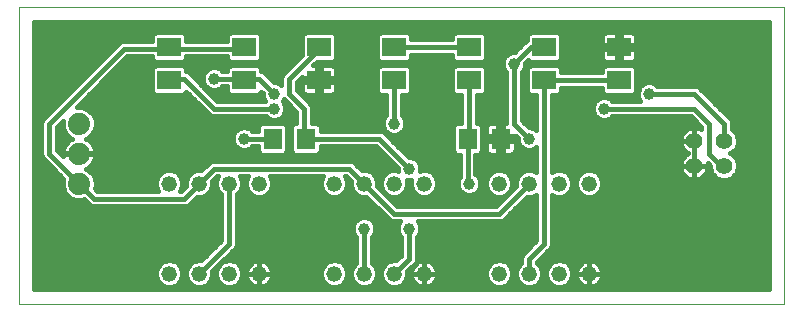
<source format=gtl>
G75*
%MOIN*%
%OFA0B0*%
%FSLAX24Y24*%
%IPPOS*%
%LPD*%
%AMOC8*
5,1,8,0,0,1.08239X$1,22.5*
%
%ADD10C,0.0000*%
%ADD11C,0.0520*%
%ADD12C,0.0554*%
%ADD13C,0.0740*%
%ADD14R,0.0787X0.0630*%
%ADD15R,0.0630X0.0709*%
%ADD16C,0.0160*%
%ADD17C,0.0396*%
D10*
X000180Y000180D02*
X000180Y010050D01*
X025672Y010050D01*
X025672Y000180D01*
X000180Y000180D01*
D11*
X005180Y001180D03*
X006180Y001180D03*
X007180Y001180D03*
X008180Y001180D03*
X010680Y001180D03*
X011680Y001180D03*
X012680Y001180D03*
X013680Y001180D03*
X016180Y001180D03*
X017180Y001180D03*
X018180Y001180D03*
X019180Y001180D03*
X019180Y004180D03*
X018180Y004180D03*
X017180Y004180D03*
X016180Y004180D03*
X013680Y004180D03*
X012680Y004180D03*
X011680Y004180D03*
X010680Y004180D03*
X008180Y004180D03*
X007180Y004180D03*
X006180Y004180D03*
X005180Y004180D03*
D12*
X022680Y004770D03*
X023680Y004770D03*
X023680Y005600D03*
X022680Y005600D03*
D13*
X002180Y005180D03*
X002180Y006180D03*
X002180Y004180D03*
D14*
X005180Y007629D03*
X007680Y007629D03*
X010180Y007629D03*
X012680Y007629D03*
X015180Y007629D03*
X017680Y007629D03*
X020180Y007629D03*
X020180Y008731D03*
X017680Y008731D03*
X015180Y008731D03*
X012680Y008731D03*
X010180Y008731D03*
X007680Y008731D03*
X005180Y008731D03*
D15*
X008629Y005680D03*
X009731Y005680D03*
X015129Y005680D03*
X016231Y005680D03*
D16*
X016154Y005728D02*
X015624Y005728D01*
X015736Y005757D02*
X016154Y005757D01*
X016154Y005603D01*
X015736Y005603D01*
X015736Y005302D01*
X015748Y005256D01*
X015772Y005215D01*
X015806Y005182D01*
X015847Y005158D01*
X015893Y005146D01*
X016154Y005146D01*
X016154Y005603D01*
X016309Y005603D01*
X016309Y005757D01*
X016726Y005757D01*
X016726Y005766D01*
X016802Y005690D01*
X016802Y005605D01*
X016859Y005466D01*
X016966Y005359D01*
X017105Y005302D01*
X017255Y005302D01*
X017394Y005359D01*
X017420Y005385D01*
X017420Y004557D01*
X017268Y004620D01*
X017092Y004620D01*
X016931Y004553D01*
X016807Y004429D01*
X016740Y004268D01*
X016740Y004108D01*
X016072Y003440D01*
X012788Y003440D01*
X012120Y004108D01*
X012120Y004268D01*
X012053Y004429D01*
X011929Y004553D01*
X011768Y004620D01*
X011608Y004620D01*
X011327Y004900D01*
X011232Y004940D01*
X006628Y004940D01*
X006533Y004900D01*
X006252Y004620D01*
X006092Y004620D01*
X005931Y004553D01*
X005807Y004429D01*
X005740Y004268D01*
X005740Y004108D01*
X005572Y003940D01*
X005557Y003940D01*
X005620Y004092D01*
X005620Y004268D01*
X005553Y004429D01*
X005429Y004553D01*
X005268Y004620D01*
X005092Y004620D01*
X004931Y004553D01*
X004807Y004429D01*
X004740Y004268D01*
X004740Y004092D01*
X004803Y003940D01*
X002788Y003940D01*
X002709Y004019D01*
X002730Y004071D01*
X002730Y004289D01*
X002646Y004492D01*
X002492Y004646D01*
X002410Y004680D01*
X002468Y004710D01*
X002538Y004760D01*
X002600Y004822D01*
X002650Y004892D01*
X002690Y004969D01*
X002716Y005051D01*
X002730Y005137D01*
X002730Y005160D01*
X002200Y005160D01*
X002200Y005200D01*
X002730Y005200D01*
X002730Y005223D01*
X002716Y005309D01*
X002690Y005391D01*
X002650Y005468D01*
X002600Y005538D01*
X002538Y005600D01*
X002468Y005650D01*
X002410Y005680D01*
X002492Y005714D01*
X002646Y005868D01*
X002730Y006071D01*
X002730Y006289D01*
X002646Y006492D01*
X002492Y006646D01*
X002289Y006730D01*
X002098Y006730D01*
X003788Y008420D01*
X004606Y008420D01*
X004606Y008342D01*
X004712Y008236D01*
X005648Y008236D01*
X005754Y008342D01*
X005754Y008420D01*
X007106Y008420D01*
X007106Y008342D01*
X007212Y008236D01*
X008148Y008236D01*
X008254Y008342D01*
X008254Y009121D01*
X008148Y009226D01*
X007212Y009226D01*
X007106Y009121D01*
X007106Y008940D01*
X005754Y008940D01*
X005754Y009121D01*
X005648Y009226D01*
X004712Y009226D01*
X004606Y009121D01*
X004606Y008940D01*
X003628Y008940D01*
X003533Y008900D01*
X000960Y006327D01*
X000920Y006232D01*
X000920Y005128D01*
X000960Y005033D01*
X001651Y004341D01*
X001630Y004289D01*
X001630Y004071D01*
X001714Y003868D01*
X001868Y003714D01*
X002071Y003630D01*
X002289Y003630D01*
X002341Y003651D01*
X002533Y003460D01*
X002628Y003420D01*
X005732Y003420D01*
X005827Y003460D01*
X006108Y003740D01*
X006268Y003740D01*
X006429Y003807D01*
X006553Y003931D01*
X006620Y004092D01*
X006620Y004252D01*
X006788Y004420D01*
X006803Y004420D01*
X006740Y004268D01*
X006740Y004092D01*
X006807Y003931D01*
X006920Y003818D01*
X006920Y002288D01*
X006252Y001620D01*
X006092Y001620D01*
X005931Y001553D01*
X005807Y001429D01*
X005740Y001268D01*
X005740Y001092D01*
X005807Y000931D01*
X005931Y000807D01*
X006092Y000740D01*
X006268Y000740D01*
X006429Y000807D01*
X006553Y000931D01*
X006620Y001092D01*
X006620Y001252D01*
X007400Y002033D01*
X007440Y002128D01*
X007440Y003818D01*
X007553Y003931D01*
X007620Y004092D01*
X007620Y004268D01*
X007557Y004420D01*
X007803Y004420D01*
X007740Y004268D01*
X007740Y004092D01*
X007807Y003931D01*
X007931Y003807D01*
X008092Y003740D01*
X008268Y003740D01*
X008429Y003807D01*
X008553Y003931D01*
X008620Y004092D01*
X008620Y004268D01*
X008557Y004420D01*
X010303Y004420D01*
X010240Y004268D01*
X010240Y004092D01*
X010307Y003931D01*
X010431Y003807D01*
X010592Y003740D01*
X010768Y003740D01*
X010929Y003807D01*
X011053Y003931D01*
X011120Y004092D01*
X011120Y004268D01*
X011057Y004420D01*
X011072Y004420D01*
X011240Y004252D01*
X011240Y004092D01*
X011307Y003931D01*
X011431Y003807D01*
X011592Y003740D01*
X011752Y003740D01*
X012533Y002960D01*
X012628Y002920D01*
X012885Y002920D01*
X012859Y002894D01*
X012802Y002755D01*
X012802Y002605D01*
X012859Y002466D01*
X012920Y002405D01*
X012920Y001788D01*
X012752Y001620D01*
X012592Y001620D01*
X012431Y001553D01*
X012307Y001429D01*
X012240Y001268D01*
X012240Y001092D01*
X012307Y000931D01*
X012431Y000807D01*
X012592Y000740D01*
X012768Y000740D01*
X012929Y000807D01*
X013053Y000931D01*
X013120Y001092D01*
X013120Y001252D01*
X013400Y001533D01*
X013440Y001628D01*
X013440Y002405D01*
X013501Y002466D01*
X013558Y002605D01*
X013558Y002755D01*
X013501Y002894D01*
X013475Y002920D01*
X016232Y002920D01*
X016327Y002960D01*
X016400Y003033D01*
X017108Y003740D01*
X017268Y003740D01*
X017420Y003803D01*
X017420Y002288D01*
X016960Y001827D01*
X016920Y001732D01*
X016920Y001542D01*
X016807Y001429D01*
X016740Y001268D01*
X016740Y001092D01*
X016807Y000931D01*
X016931Y000807D01*
X017092Y000740D01*
X017268Y000740D01*
X017429Y000807D01*
X017553Y000931D01*
X017620Y001092D01*
X017620Y001268D01*
X017553Y001429D01*
X017440Y001542D01*
X017440Y001572D01*
X017827Y001960D01*
X017900Y002033D01*
X017940Y002128D01*
X017940Y003803D01*
X018092Y003740D01*
X018268Y003740D01*
X018429Y003807D01*
X018553Y003931D01*
X018620Y004092D01*
X018620Y004268D01*
X018553Y004429D01*
X018429Y004553D01*
X018268Y004620D01*
X018092Y004620D01*
X017940Y004557D01*
X017940Y007134D01*
X018148Y007134D01*
X018254Y007239D01*
X018254Y007369D01*
X019606Y007369D01*
X019606Y007239D01*
X019712Y007134D01*
X020648Y007134D01*
X020754Y007239D01*
X020754Y008018D01*
X020648Y008124D01*
X019712Y008124D01*
X019606Y008018D01*
X019606Y007889D01*
X018254Y007889D01*
X018254Y008018D01*
X018148Y008124D01*
X017212Y008124D01*
X017106Y008018D01*
X017106Y007239D01*
X017212Y007134D01*
X017420Y007134D01*
X017420Y005975D01*
X017394Y006001D01*
X017255Y006058D01*
X017170Y006058D01*
X016940Y006288D01*
X016940Y007905D01*
X017001Y007966D01*
X017058Y008105D01*
X017193Y008105D01*
X017212Y008236D02*
X018148Y008236D01*
X018254Y008342D01*
X018254Y009121D01*
X018148Y009226D01*
X017212Y009226D01*
X017106Y009121D01*
X017106Y008961D01*
X017084Y008952D01*
X016690Y008558D01*
X016605Y008558D01*
X016466Y008501D01*
X016359Y008394D01*
X016302Y008255D01*
X016302Y008105D01*
X015667Y008105D01*
X015648Y008124D02*
X014712Y008124D01*
X014606Y008018D01*
X014606Y007239D01*
X014712Y007134D01*
X014920Y007134D01*
X014920Y006214D01*
X014739Y006214D01*
X014634Y006109D01*
X014634Y005251D01*
X014739Y005146D01*
X014869Y005146D01*
X014869Y004404D01*
X014859Y004394D01*
X014802Y004255D01*
X014802Y004105D01*
X014859Y003966D01*
X014966Y003859D01*
X015105Y003802D01*
X015255Y003802D01*
X015394Y003859D01*
X015501Y003966D01*
X015558Y004105D01*
X015558Y004255D01*
X015501Y004394D01*
X015394Y004501D01*
X015389Y004503D01*
X015389Y005146D01*
X015518Y005146D01*
X015624Y005251D01*
X015624Y006109D01*
X015518Y006214D01*
X015440Y006214D01*
X015440Y007134D01*
X015648Y007134D01*
X015754Y007239D01*
X015754Y008018D01*
X015648Y008124D01*
X015648Y008236D02*
X015754Y008342D01*
X015754Y009121D01*
X015648Y009226D01*
X014712Y009226D01*
X014606Y009121D01*
X014606Y008991D01*
X013254Y008991D01*
X013254Y009121D01*
X013148Y009226D01*
X012212Y009226D01*
X012106Y009121D01*
X012106Y008342D01*
X012212Y008236D01*
X013148Y008236D01*
X013254Y008342D01*
X013254Y008471D01*
X014606Y008471D01*
X014606Y008342D01*
X014712Y008236D01*
X015648Y008236D01*
X015676Y008264D02*
X016305Y008264D01*
X016302Y008105D02*
X016359Y007966D01*
X016420Y007905D01*
X016420Y006214D01*
X016309Y006214D01*
X016309Y005757D01*
X016154Y005757D01*
X016154Y006214D01*
X015893Y006214D01*
X015847Y006202D01*
X015806Y006178D01*
X015772Y006145D01*
X015748Y006104D01*
X015736Y006058D01*
X015736Y005757D01*
X015736Y005886D02*
X015624Y005886D01*
X015624Y006045D02*
X015736Y006045D01*
X015850Y006203D02*
X015530Y006203D01*
X015440Y006362D02*
X016420Y006362D01*
X016420Y006520D02*
X015440Y006520D01*
X015440Y006679D02*
X016420Y006679D01*
X016420Y006837D02*
X015440Y006837D01*
X015440Y006996D02*
X016420Y006996D01*
X016420Y007154D02*
X015668Y007154D01*
X015754Y007313D02*
X016420Y007313D01*
X016420Y007471D02*
X015754Y007471D01*
X015754Y007630D02*
X016420Y007630D01*
X016420Y007788D02*
X015754Y007788D01*
X015754Y007947D02*
X016379Y007947D01*
X016680Y008180D02*
X016680Y006180D01*
X017180Y005680D01*
X016817Y005569D02*
X016726Y005569D01*
X016726Y005603D02*
X016309Y005603D01*
X016309Y005146D01*
X016570Y005146D01*
X016616Y005158D01*
X016657Y005182D01*
X016690Y005215D01*
X016714Y005256D01*
X016726Y005302D01*
X016726Y005603D01*
X016765Y005728D02*
X016309Y005728D01*
X016309Y005886D02*
X016154Y005886D01*
X016154Y006045D02*
X016309Y006045D01*
X016309Y006203D02*
X016154Y006203D01*
X016940Y006362D02*
X017420Y006362D01*
X017420Y006520D02*
X016940Y006520D01*
X016940Y006679D02*
X017420Y006679D01*
X017420Y006837D02*
X016940Y006837D01*
X016940Y006996D02*
X017420Y006996D01*
X017192Y007154D02*
X016940Y007154D01*
X016940Y007313D02*
X017106Y007313D01*
X017106Y007471D02*
X016940Y007471D01*
X016940Y007630D02*
X017106Y007630D01*
X017106Y007788D02*
X016940Y007788D01*
X016981Y007947D02*
X017106Y007947D01*
X017058Y008105D02*
X017058Y008190D01*
X017158Y008290D01*
X017212Y008236D01*
X017184Y008264D02*
X017131Y008264D01*
X016680Y008180D02*
X017231Y008731D01*
X017680Y008731D01*
X018254Y008739D02*
X020103Y008739D01*
X020103Y008809D02*
X020103Y008654D01*
X020257Y008654D01*
X020257Y008236D01*
X020597Y008236D01*
X020643Y008248D01*
X020684Y008272D01*
X020718Y008306D01*
X020741Y008347D01*
X020754Y008393D01*
X020754Y008654D01*
X020257Y008654D01*
X020257Y008809D01*
X020103Y008809D01*
X020103Y009226D01*
X019763Y009226D01*
X019717Y009214D01*
X019676Y009190D01*
X019642Y009157D01*
X019619Y009116D01*
X019606Y009070D01*
X019606Y008809D01*
X020103Y008809D01*
X020103Y008898D02*
X020257Y008898D01*
X020257Y008809D02*
X020257Y009226D01*
X020597Y009226D01*
X020643Y009214D01*
X020684Y009190D01*
X020718Y009157D01*
X020741Y009116D01*
X020754Y009070D01*
X020754Y008809D01*
X020257Y008809D01*
X020257Y008739D02*
X025192Y008739D01*
X025192Y008898D02*
X020754Y008898D01*
X020754Y009056D02*
X025192Y009056D01*
X025192Y009215D02*
X020641Y009215D01*
X020257Y009215D02*
X020103Y009215D01*
X020103Y009056D02*
X020257Y009056D01*
X019719Y009215D02*
X018160Y009215D01*
X018254Y009056D02*
X019606Y009056D01*
X019606Y008898D02*
X018254Y008898D01*
X018254Y008581D02*
X019606Y008581D01*
X019606Y008654D02*
X019606Y008393D01*
X019619Y008347D01*
X019642Y008306D01*
X019676Y008272D01*
X019717Y008248D01*
X019763Y008236D01*
X020103Y008236D01*
X020103Y008654D01*
X019606Y008654D01*
X019606Y008422D02*
X018254Y008422D01*
X018176Y008264D02*
X019691Y008264D01*
X019693Y008105D02*
X018167Y008105D01*
X018254Y007947D02*
X019606Y007947D01*
X020103Y008264D02*
X020257Y008264D01*
X020669Y008264D02*
X025192Y008264D01*
X025192Y008105D02*
X020667Y008105D01*
X020754Y007947D02*
X025192Y007947D01*
X025192Y007788D02*
X020754Y007788D01*
X020754Y007630D02*
X025192Y007630D01*
X025192Y007471D02*
X021424Y007471D01*
X021394Y007501D02*
X021255Y007558D01*
X021105Y007558D01*
X020966Y007501D01*
X020859Y007394D01*
X020802Y007255D01*
X020802Y007105D01*
X020859Y006966D01*
X020885Y006940D01*
X019955Y006940D01*
X019894Y007001D01*
X019755Y007058D01*
X019605Y007058D01*
X019466Y007001D01*
X019359Y006894D01*
X019302Y006755D01*
X019302Y006605D01*
X019359Y006466D01*
X019466Y006359D01*
X019605Y006302D01*
X019755Y006302D01*
X019894Y006359D01*
X019955Y006420D01*
X022572Y006420D01*
X022920Y006072D01*
X022920Y005991D01*
X022920Y005991D01*
X022855Y006024D01*
X022787Y006046D01*
X022716Y006057D01*
X022689Y006057D01*
X022689Y005609D01*
X022671Y005609D01*
X022671Y006057D01*
X022644Y006057D01*
X022573Y006046D01*
X022505Y006024D01*
X022440Y005991D01*
X022382Y005949D01*
X022331Y005898D01*
X022289Y005840D01*
X022256Y005775D01*
X022234Y005707D01*
X022223Y005636D01*
X022223Y005609D01*
X022671Y005609D01*
X022671Y005591D01*
X022223Y005591D01*
X022223Y005564D01*
X022234Y005493D01*
X022256Y005425D01*
X022289Y005360D01*
X022331Y005302D01*
X022382Y005251D01*
X022440Y005209D01*
X022487Y005185D01*
X022440Y005161D01*
X022382Y005119D01*
X022331Y005068D01*
X022289Y005010D01*
X022256Y004945D01*
X022234Y004877D01*
X022223Y004806D01*
X022223Y004779D01*
X022671Y004779D01*
X022671Y005227D01*
X022671Y005591D01*
X022689Y005591D01*
X022689Y004779D01*
X023137Y004779D01*
X023137Y004806D01*
X023128Y004864D01*
X023223Y004769D01*
X023223Y004679D01*
X023292Y004511D01*
X023421Y004382D01*
X023589Y004313D01*
X023771Y004313D01*
X023939Y004382D01*
X024068Y004511D01*
X024137Y004679D01*
X024137Y004861D01*
X024068Y005029D01*
X023939Y005158D01*
X023873Y005185D01*
X023939Y005212D01*
X024068Y005341D01*
X024137Y005509D01*
X024137Y005691D01*
X024068Y005859D01*
X023940Y005987D01*
X023940Y006232D01*
X023900Y006327D01*
X022900Y007327D01*
X022827Y007400D01*
X022732Y007440D01*
X021455Y007440D01*
X021394Y007501D01*
X020936Y007471D02*
X020754Y007471D01*
X020754Y007313D02*
X020826Y007313D01*
X020802Y007154D02*
X020668Y007154D01*
X020847Y006996D02*
X019899Y006996D01*
X019461Y006996D02*
X017940Y006996D01*
X017940Y006837D02*
X019336Y006837D01*
X019302Y006679D02*
X017940Y006679D01*
X017940Y006520D02*
X019337Y006520D01*
X019464Y006362D02*
X017940Y006362D01*
X017940Y006203D02*
X022789Y006203D01*
X022791Y006045D02*
X022920Y006045D01*
X022689Y006045D02*
X022671Y006045D01*
X022569Y006045D02*
X017940Y006045D01*
X017940Y005886D02*
X022323Y005886D01*
X022241Y005728D02*
X017940Y005728D01*
X017940Y005569D02*
X022223Y005569D01*
X022263Y005411D02*
X017940Y005411D01*
X017940Y005252D02*
X022381Y005252D01*
X022357Y005094D02*
X017940Y005094D01*
X017940Y004935D02*
X022253Y004935D01*
X022671Y004935D02*
X022689Y004935D01*
X022689Y004779D02*
X022671Y004779D01*
X022671Y004761D01*
X022689Y004761D01*
X022689Y004779D01*
X022689Y004777D02*
X023216Y004777D01*
X023137Y004761D02*
X022689Y004761D01*
X022689Y004313D01*
X022716Y004313D01*
X022787Y004324D01*
X022855Y004346D01*
X022920Y004379D01*
X022978Y004421D01*
X023029Y004472D01*
X023071Y004530D01*
X023104Y004595D01*
X023126Y004663D01*
X023137Y004734D01*
X023137Y004761D01*
X023111Y004618D02*
X023248Y004618D01*
X023344Y004460D02*
X023016Y004460D01*
X022689Y004460D02*
X022671Y004460D01*
X022671Y004618D02*
X022689Y004618D01*
X022671Y004761D02*
X022671Y004313D01*
X022644Y004313D01*
X022573Y004324D01*
X022505Y004346D01*
X022440Y004379D01*
X022382Y004421D01*
X022331Y004472D01*
X022289Y004530D01*
X022256Y004595D01*
X022234Y004663D01*
X022223Y004734D01*
X022223Y004761D01*
X022671Y004761D01*
X022671Y004777D02*
X017940Y004777D01*
X017940Y004618D02*
X018088Y004618D01*
X018272Y004618D02*
X019088Y004618D01*
X019092Y004620D02*
X018931Y004553D01*
X018807Y004429D01*
X018740Y004268D01*
X018740Y004092D01*
X018807Y003931D01*
X018931Y003807D01*
X019092Y003740D01*
X019268Y003740D01*
X019429Y003807D01*
X019553Y003931D01*
X019620Y004092D01*
X019620Y004268D01*
X019553Y004429D01*
X019429Y004553D01*
X019268Y004620D01*
X019092Y004620D01*
X019272Y004618D02*
X022249Y004618D01*
X022344Y004460D02*
X019523Y004460D01*
X019606Y004301D02*
X025192Y004301D01*
X025192Y004143D02*
X019620Y004143D01*
X019575Y003984D02*
X025192Y003984D01*
X025192Y003826D02*
X019448Y003826D01*
X018912Y003826D02*
X018448Y003826D01*
X018575Y003984D02*
X018785Y003984D01*
X018740Y004143D02*
X018620Y004143D01*
X018606Y004301D02*
X018754Y004301D01*
X018837Y004460D02*
X018523Y004460D01*
X017420Y004618D02*
X017272Y004618D01*
X017088Y004618D02*
X016272Y004618D01*
X016268Y004620D02*
X016092Y004620D01*
X015931Y004553D01*
X015807Y004429D01*
X015740Y004268D01*
X015740Y004092D01*
X015807Y003931D01*
X015931Y003807D01*
X016092Y003740D01*
X016268Y003740D01*
X016429Y003807D01*
X016553Y003931D01*
X016620Y004092D01*
X016620Y004268D01*
X016553Y004429D01*
X016429Y004553D01*
X016268Y004620D01*
X016088Y004618D02*
X015389Y004618D01*
X015435Y004460D02*
X015837Y004460D01*
X015754Y004301D02*
X015539Y004301D01*
X015558Y004143D02*
X015740Y004143D01*
X015785Y003984D02*
X015508Y003984D01*
X015312Y003826D02*
X015912Y003826D01*
X016299Y003667D02*
X012561Y003667D01*
X012592Y003740D02*
X012768Y003740D01*
X012929Y003807D01*
X013053Y003931D01*
X013120Y004092D01*
X013120Y004268D01*
X013106Y004302D01*
X013254Y004302D01*
X013240Y004268D01*
X013240Y004092D01*
X013307Y003931D01*
X013431Y003807D01*
X013592Y003740D01*
X013768Y003740D01*
X013929Y003807D01*
X014053Y003931D01*
X014120Y004092D01*
X014120Y004268D01*
X014053Y004429D01*
X013929Y004553D01*
X013768Y004620D01*
X013592Y004620D01*
X013558Y004606D01*
X013558Y004755D01*
X013501Y004894D01*
X013394Y005001D01*
X013255Y005058D01*
X013170Y005058D01*
X012327Y005900D01*
X012232Y005940D01*
X010226Y005940D01*
X010226Y006109D01*
X010121Y006214D01*
X009940Y006214D01*
X009940Y006732D01*
X009900Y006827D01*
X009827Y006900D01*
X009440Y007288D01*
X009440Y007572D01*
X009606Y007739D01*
X009606Y007706D01*
X010103Y007706D01*
X010103Y008124D01*
X009991Y008124D01*
X010104Y008236D01*
X010648Y008236D01*
X010754Y008342D01*
X010754Y009121D01*
X010648Y009226D01*
X009712Y009226D01*
X009606Y009121D01*
X009606Y008474D01*
X009033Y007900D01*
X008960Y007827D01*
X008920Y007732D01*
X008920Y007475D01*
X008894Y007501D01*
X008755Y007558D01*
X008670Y007558D01*
X008400Y007827D01*
X008327Y007900D01*
X008254Y007931D01*
X008254Y008018D01*
X008148Y008124D01*
X007212Y008124D01*
X007106Y008018D01*
X007106Y007940D01*
X006955Y007940D01*
X006894Y008001D01*
X006755Y008058D01*
X006605Y008058D01*
X006466Y008001D01*
X006359Y007894D01*
X006302Y007755D01*
X006302Y007605D01*
X006359Y007466D01*
X006466Y007359D01*
X006605Y007302D01*
X006755Y007302D01*
X006894Y007359D01*
X006955Y007420D01*
X007106Y007420D01*
X007106Y007239D01*
X007212Y007134D01*
X008148Y007134D01*
X008253Y007239D01*
X008302Y007190D01*
X008302Y007105D01*
X008359Y006966D01*
X008385Y006940D01*
X006788Y006940D01*
X005900Y007827D01*
X005827Y007900D01*
X005754Y007931D01*
X005754Y008018D01*
X005648Y008124D01*
X004712Y008124D01*
X004606Y008018D01*
X004606Y007239D01*
X004712Y007134D01*
X005648Y007134D01*
X005753Y007239D01*
X006460Y006533D01*
X006533Y006460D01*
X006628Y006420D01*
X008405Y006420D01*
X008466Y006359D01*
X008605Y006302D01*
X008755Y006302D01*
X008894Y006359D01*
X009001Y006466D01*
X009058Y006605D01*
X009058Y006755D01*
X009001Y006894D01*
X008965Y006930D01*
X009001Y006966D01*
X009008Y006984D01*
X009420Y006572D01*
X009420Y006214D01*
X009342Y006214D01*
X009236Y006109D01*
X009236Y005251D01*
X009342Y005146D01*
X010121Y005146D01*
X010226Y005251D01*
X010226Y005420D01*
X012072Y005420D01*
X012802Y004690D01*
X012802Y004606D01*
X012768Y004620D01*
X012592Y004620D01*
X012431Y004553D01*
X012307Y004429D01*
X012240Y004268D01*
X012240Y004092D01*
X012307Y003931D01*
X012431Y003807D01*
X012592Y003740D01*
X012412Y003826D02*
X012402Y003826D01*
X012285Y003984D02*
X012244Y003984D01*
X012240Y004143D02*
X012120Y004143D01*
X011680Y004180D02*
X012680Y003180D01*
X016180Y003180D01*
X017180Y004180D01*
X016740Y004143D02*
X016620Y004143D01*
X016616Y003984D02*
X016575Y003984D01*
X016458Y003826D02*
X016448Y003826D01*
X017035Y003667D02*
X017420Y003667D01*
X017420Y003509D02*
X016876Y003509D01*
X016718Y003350D02*
X017420Y003350D01*
X017420Y003192D02*
X016559Y003192D01*
X016401Y003033D02*
X017420Y003033D01*
X017420Y002875D02*
X013509Y002875D01*
X013558Y002716D02*
X017420Y002716D01*
X017420Y002558D02*
X013539Y002558D01*
X013440Y002399D02*
X017420Y002399D01*
X017373Y002241D02*
X013440Y002241D01*
X013440Y002082D02*
X017214Y002082D01*
X017056Y001924D02*
X013440Y001924D01*
X013440Y001765D02*
X016934Y001765D01*
X017180Y001680D02*
X017680Y002180D01*
X017680Y007629D01*
X020180Y007629D01*
X019606Y007313D02*
X018254Y007313D01*
X018168Y007154D02*
X019692Y007154D01*
X019680Y006680D02*
X022680Y006680D01*
X023180Y006180D01*
X023180Y005180D01*
X023680Y004680D01*
X023680Y004770D01*
X024137Y004777D02*
X025192Y004777D01*
X025192Y004935D02*
X024106Y004935D01*
X024003Y005094D02*
X025192Y005094D01*
X025192Y005252D02*
X023979Y005252D01*
X024096Y005411D02*
X025192Y005411D01*
X025192Y005569D02*
X024137Y005569D01*
X024122Y005728D02*
X025192Y005728D01*
X025192Y005886D02*
X024041Y005886D01*
X023940Y006045D02*
X025192Y006045D01*
X025192Y006203D02*
X023940Y006203D01*
X023680Y006180D02*
X022680Y007180D01*
X021180Y007180D01*
X022915Y007313D02*
X025192Y007313D01*
X025192Y007154D02*
X023074Y007154D01*
X023232Y006996D02*
X025192Y006996D01*
X025192Y006837D02*
X023391Y006837D01*
X023549Y006679D02*
X025192Y006679D01*
X025192Y006520D02*
X023708Y006520D01*
X023866Y006362D02*
X025192Y006362D01*
X023680Y006180D02*
X023680Y005600D01*
X022689Y005569D02*
X022671Y005569D01*
X022671Y005411D02*
X022689Y005411D01*
X022689Y005252D02*
X022671Y005252D01*
X022671Y005094D02*
X022689Y005094D01*
X022671Y005728D02*
X022689Y005728D01*
X022689Y005886D02*
X022671Y005886D01*
X022631Y006362D02*
X019896Y006362D01*
X017420Y006203D02*
X017025Y006203D01*
X017288Y006045D02*
X017420Y006045D01*
X016309Y005569D02*
X016154Y005569D01*
X016154Y005411D02*
X016309Y005411D01*
X016726Y005411D02*
X016915Y005411D01*
X016711Y005252D02*
X017420Y005252D01*
X017420Y005094D02*
X015389Y005094D01*
X015624Y005252D02*
X015751Y005252D01*
X015736Y005411D02*
X015624Y005411D01*
X015624Y005569D02*
X015736Y005569D01*
X015180Y005731D02*
X015129Y005680D01*
X015129Y004231D01*
X015180Y004180D01*
X014821Y004301D02*
X014106Y004301D01*
X014120Y004143D02*
X014802Y004143D01*
X014852Y003984D02*
X014075Y003984D01*
X013948Y003826D02*
X015048Y003826D01*
X016141Y003509D02*
X012719Y003509D01*
X012948Y003826D02*
X013412Y003826D01*
X013285Y003984D02*
X013075Y003984D01*
X013120Y004143D02*
X013240Y004143D01*
X013254Y004301D02*
X013106Y004301D01*
X012802Y004618D02*
X012772Y004618D01*
X012588Y004618D02*
X011772Y004618D01*
X012023Y004460D02*
X012337Y004460D01*
X012254Y004301D02*
X012106Y004301D01*
X011680Y004180D02*
X011180Y004680D01*
X006680Y004680D01*
X006180Y004180D01*
X005680Y003680D01*
X002680Y003680D01*
X002180Y004180D01*
X001180Y005180D01*
X001180Y006180D01*
X003680Y008680D01*
X005180Y008680D01*
X005180Y008731D01*
X005180Y008680D02*
X007680Y008680D01*
X007680Y008731D01*
X008254Y008739D02*
X009606Y008739D01*
X009606Y008898D02*
X008254Y008898D01*
X008254Y009056D02*
X009606Y009056D01*
X009700Y009215D02*
X008160Y009215D01*
X007200Y009215D02*
X005660Y009215D01*
X005754Y009056D02*
X007106Y009056D01*
X008254Y008581D02*
X009606Y008581D01*
X009554Y008422D02*
X008254Y008422D01*
X008176Y008264D02*
X009396Y008264D01*
X009237Y008105D02*
X008167Y008105D01*
X008254Y007947D02*
X009079Y007947D01*
X008943Y007788D02*
X008440Y007788D01*
X008180Y007680D02*
X007680Y007680D01*
X007680Y007629D01*
X007680Y007680D02*
X006680Y007680D01*
X006315Y007788D02*
X005940Y007788D01*
X005754Y007947D02*
X006412Y007947D01*
X006948Y007947D02*
X007106Y007947D01*
X007193Y008105D02*
X005667Y008105D01*
X005676Y008264D02*
X007184Y008264D01*
X008180Y007680D02*
X008680Y007180D01*
X008302Y007154D02*
X008168Y007154D01*
X008347Y006996D02*
X006732Y006996D01*
X006574Y007154D02*
X007192Y007154D01*
X007106Y007313D02*
X006781Y007313D01*
X006579Y007313D02*
X006415Y007313D01*
X006357Y007471D02*
X006257Y007471D01*
X006302Y007630D02*
X006098Y007630D01*
X005680Y007680D02*
X005180Y007680D01*
X005180Y007629D01*
X005680Y007680D02*
X006680Y006680D01*
X008680Y006680D01*
X009024Y006837D02*
X009155Y006837D01*
X009058Y006679D02*
X009314Y006679D01*
X009680Y006680D02*
X009680Y005680D01*
X009731Y005680D01*
X012180Y005680D01*
X013180Y004680D01*
X012716Y004777D02*
X011451Y004777D01*
X011244Y004935D02*
X012557Y004935D01*
X012399Y005094D02*
X002723Y005094D01*
X002725Y005252D02*
X008134Y005252D01*
X008134Y005251D02*
X008239Y005146D01*
X009018Y005146D01*
X009124Y005251D01*
X009124Y006109D01*
X009018Y006214D01*
X008239Y006214D01*
X008134Y006109D01*
X008134Y005940D01*
X007955Y005940D01*
X007894Y006001D01*
X007755Y006058D01*
X007605Y006058D01*
X007466Y006001D01*
X007359Y005894D01*
X007302Y005755D01*
X007302Y005605D01*
X007359Y005466D01*
X007466Y005359D01*
X007605Y005302D01*
X007755Y005302D01*
X007894Y005359D01*
X007955Y005420D01*
X008134Y005420D01*
X008134Y005251D01*
X008134Y005411D02*
X007945Y005411D01*
X007680Y005680D02*
X008629Y005680D01*
X009124Y005728D02*
X009236Y005728D01*
X009236Y005886D02*
X009124Y005886D01*
X009124Y006045D02*
X009236Y006045D01*
X009330Y006203D02*
X009030Y006203D01*
X008896Y006362D02*
X009420Y006362D01*
X009420Y006520D02*
X009023Y006520D01*
X008464Y006362D02*
X002700Y006362D01*
X002618Y006520D02*
X006472Y006520D01*
X006314Y006679D02*
X002414Y006679D01*
X002205Y006837D02*
X006155Y006837D01*
X005997Y006996D02*
X002363Y006996D01*
X002522Y007154D02*
X004692Y007154D01*
X004606Y007313D02*
X002680Y007313D01*
X002839Y007471D02*
X004606Y007471D01*
X004606Y007630D02*
X002997Y007630D01*
X003156Y007788D02*
X004606Y007788D01*
X004606Y007947D02*
X003314Y007947D01*
X003473Y008105D02*
X004693Y008105D01*
X004684Y008264D02*
X003631Y008264D01*
X003213Y008581D02*
X000660Y008581D01*
X000660Y008422D02*
X003054Y008422D01*
X002896Y008264D02*
X000660Y008264D01*
X000660Y008105D02*
X002737Y008105D01*
X002579Y007947D02*
X000660Y007947D01*
X000660Y007788D02*
X002420Y007788D01*
X002262Y007630D02*
X000660Y007630D01*
X000660Y007471D02*
X002103Y007471D01*
X001945Y007313D02*
X000660Y007313D01*
X000660Y007154D02*
X001786Y007154D01*
X001628Y006996D02*
X000660Y006996D01*
X000660Y006837D02*
X001469Y006837D01*
X001311Y006679D02*
X000660Y006679D01*
X000660Y006520D02*
X001152Y006520D01*
X000994Y006362D02*
X000660Y006362D01*
X000660Y006203D02*
X000920Y006203D01*
X000920Y006045D02*
X000660Y006045D01*
X000660Y005886D02*
X000920Y005886D01*
X000920Y005728D02*
X000660Y005728D01*
X000660Y005569D02*
X000920Y005569D01*
X000920Y005411D02*
X000660Y005411D01*
X000660Y005252D02*
X000920Y005252D01*
X000934Y005094D02*
X000660Y005094D01*
X000660Y004935D02*
X001057Y004935D01*
X001216Y004777D02*
X000660Y004777D01*
X000660Y004618D02*
X001374Y004618D01*
X001533Y004460D02*
X000660Y004460D01*
X000660Y004301D02*
X001635Y004301D01*
X001630Y004143D02*
X000660Y004143D01*
X000660Y003984D02*
X001666Y003984D01*
X001757Y003826D02*
X000660Y003826D01*
X000660Y003667D02*
X001981Y003667D01*
X002484Y003509D02*
X000660Y003509D01*
X000660Y003350D02*
X006920Y003350D01*
X006920Y003509D02*
X005876Y003509D01*
X006035Y003667D02*
X006920Y003667D01*
X006912Y003826D02*
X006448Y003826D01*
X006575Y003984D02*
X006785Y003984D01*
X006740Y004143D02*
X006620Y004143D01*
X006669Y004301D02*
X006754Y004301D01*
X007180Y004180D02*
X007180Y002180D01*
X006180Y001180D01*
X005740Y001131D02*
X005620Y001131D01*
X005620Y001092D02*
X005553Y000931D01*
X005429Y000807D01*
X005268Y000740D01*
X005092Y000740D01*
X004931Y000807D01*
X004807Y000931D01*
X004740Y001092D01*
X004740Y001268D01*
X004807Y001429D01*
X004931Y001553D01*
X005092Y001620D01*
X005268Y001620D01*
X005429Y001553D01*
X005553Y001429D01*
X005620Y001268D01*
X005620Y001092D01*
X005570Y000973D02*
X005790Y000973D01*
X005924Y000814D02*
X005436Y000814D01*
X004924Y000814D02*
X000660Y000814D01*
X000660Y000660D02*
X000660Y009570D01*
X025192Y009570D01*
X025192Y000660D01*
X000660Y000660D01*
X000660Y000973D02*
X004790Y000973D01*
X004740Y001131D02*
X000660Y001131D01*
X000660Y001290D02*
X004749Y001290D01*
X004826Y001448D02*
X000660Y001448D01*
X000660Y001607D02*
X005060Y001607D01*
X005300Y001607D02*
X006060Y001607D01*
X005826Y001448D02*
X005534Y001448D01*
X005611Y001290D02*
X005749Y001290D01*
X006570Y000973D02*
X006790Y000973D01*
X006807Y000931D02*
X006931Y000807D01*
X007092Y000740D01*
X007268Y000740D01*
X007429Y000807D01*
X007553Y000931D01*
X007620Y001092D01*
X007620Y001268D01*
X007553Y001429D01*
X007429Y001553D01*
X007268Y001620D01*
X007092Y001620D01*
X006931Y001553D01*
X006807Y001429D01*
X006740Y001268D01*
X006740Y001092D01*
X006807Y000931D01*
X006924Y000814D02*
X006436Y000814D01*
X006620Y001131D02*
X006740Y001131D01*
X006749Y001290D02*
X006657Y001290D01*
X006816Y001448D02*
X006826Y001448D01*
X006974Y001607D02*
X007060Y001607D01*
X007300Y001607D02*
X008069Y001607D01*
X008077Y001609D02*
X008011Y001588D01*
X007949Y001556D01*
X007893Y001516D01*
X007844Y001467D01*
X007804Y001411D01*
X007772Y001349D01*
X007751Y001283D01*
X007740Y001215D01*
X007740Y001180D01*
X008180Y001180D01*
X008180Y001180D01*
X008180Y001620D01*
X008215Y001620D01*
X008283Y001609D01*
X008349Y001588D01*
X008411Y001556D01*
X008467Y001516D01*
X008516Y001467D01*
X008556Y001411D01*
X008588Y001349D01*
X008609Y001283D01*
X008620Y001215D01*
X008620Y001180D01*
X008180Y001180D01*
X008180Y001180D01*
X008180Y001180D01*
X008180Y001620D01*
X008145Y001620D01*
X008077Y001609D01*
X008180Y001607D02*
X008180Y001607D01*
X008291Y001607D02*
X010560Y001607D01*
X010592Y001620D02*
X010431Y001553D01*
X010307Y001429D01*
X010240Y001268D01*
X010240Y001092D01*
X010307Y000931D01*
X010431Y000807D01*
X010592Y000740D01*
X010768Y000740D01*
X010929Y000807D01*
X011053Y000931D01*
X011120Y001092D01*
X011120Y001268D01*
X011053Y001429D01*
X010929Y001553D01*
X010768Y001620D01*
X010592Y001620D01*
X010800Y001607D02*
X011420Y001607D01*
X011420Y001542D02*
X011307Y001429D01*
X011240Y001268D01*
X011240Y001092D01*
X011307Y000931D01*
X011431Y000807D01*
X011592Y000740D01*
X011768Y000740D01*
X011929Y000807D01*
X012053Y000931D01*
X012120Y001092D01*
X012120Y001268D01*
X012053Y001429D01*
X011940Y001542D01*
X011940Y002405D01*
X012001Y002466D01*
X012058Y002605D01*
X012058Y002755D01*
X012001Y002894D01*
X011894Y003001D01*
X011755Y003058D01*
X011605Y003058D01*
X011466Y003001D01*
X011359Y002894D01*
X011302Y002755D01*
X011302Y002605D01*
X011359Y002466D01*
X011420Y002405D01*
X011420Y001542D01*
X011326Y001448D02*
X011034Y001448D01*
X011111Y001290D02*
X011249Y001290D01*
X011240Y001131D02*
X011120Y001131D01*
X011070Y000973D02*
X011290Y000973D01*
X011424Y000814D02*
X010936Y000814D01*
X010424Y000814D02*
X008425Y000814D01*
X008411Y000804D02*
X008467Y000844D01*
X008516Y000893D01*
X008556Y000949D01*
X008588Y001011D01*
X008609Y001077D01*
X008620Y001145D01*
X008620Y001180D01*
X008180Y001180D01*
X008180Y000740D01*
X008215Y000740D01*
X008283Y000751D01*
X008349Y000772D01*
X008411Y000804D01*
X008180Y000814D02*
X008180Y000814D01*
X008180Y000740D02*
X008180Y001180D01*
X008180Y001180D01*
X007740Y001180D01*
X007740Y001145D01*
X007751Y001077D01*
X007772Y001011D01*
X007804Y000949D01*
X007844Y000893D01*
X007893Y000844D01*
X007949Y000804D01*
X008011Y000772D01*
X008077Y000751D01*
X008145Y000740D01*
X008180Y000740D01*
X007935Y000814D02*
X007436Y000814D01*
X007570Y000973D02*
X007792Y000973D01*
X007742Y001131D02*
X007620Y001131D01*
X007611Y001290D02*
X007753Y001290D01*
X007831Y001448D02*
X007534Y001448D01*
X008180Y001448D02*
X008180Y001448D01*
X008180Y001290D02*
X008180Y001290D01*
X008529Y001448D02*
X010326Y001448D01*
X010249Y001290D02*
X008607Y001290D01*
X008618Y001131D02*
X010240Y001131D01*
X010290Y000973D02*
X008568Y000973D01*
X008180Y000973D02*
X008180Y000973D01*
X008180Y001131D02*
X008180Y001131D01*
X007133Y001765D02*
X011420Y001765D01*
X011420Y001924D02*
X007291Y001924D01*
X007421Y002082D02*
X011420Y002082D01*
X011420Y002241D02*
X007440Y002241D01*
X007440Y002399D02*
X011420Y002399D01*
X011321Y002558D02*
X007440Y002558D01*
X007440Y002716D02*
X011302Y002716D01*
X011351Y002875D02*
X007440Y002875D01*
X007440Y003033D02*
X011544Y003033D01*
X011816Y003033D02*
X012459Y003033D01*
X012301Y003192D02*
X007440Y003192D01*
X007440Y003350D02*
X012142Y003350D01*
X011984Y003509D02*
X007440Y003509D01*
X007440Y003667D02*
X011825Y003667D01*
X011412Y003826D02*
X010948Y003826D01*
X011075Y003984D02*
X011285Y003984D01*
X011240Y004143D02*
X011120Y004143D01*
X011106Y004301D02*
X011191Y004301D01*
X010254Y004301D02*
X008606Y004301D01*
X008620Y004143D02*
X010240Y004143D01*
X010285Y003984D02*
X008575Y003984D01*
X008448Y003826D02*
X010412Y003826D01*
X012009Y002875D02*
X012851Y002875D01*
X012802Y002716D02*
X012058Y002716D01*
X011680Y002680D02*
X011680Y001180D01*
X012120Y001131D02*
X012240Y001131D01*
X012290Y000973D02*
X012070Y000973D01*
X011936Y000814D02*
X012424Y000814D01*
X012936Y000814D02*
X013435Y000814D01*
X013449Y000804D02*
X013393Y000844D01*
X013344Y000893D01*
X013304Y000949D01*
X013272Y001011D01*
X013251Y001077D01*
X013240Y001145D01*
X013240Y001180D01*
X013680Y001180D01*
X013680Y001180D01*
X013680Y001620D01*
X013715Y001620D01*
X013783Y001609D01*
X013849Y001588D01*
X013911Y001556D01*
X013967Y001516D01*
X014016Y001467D01*
X014056Y001411D01*
X014088Y001349D01*
X014109Y001283D01*
X014120Y001215D01*
X014120Y001180D01*
X013680Y001180D01*
X013680Y001180D01*
X013680Y001180D01*
X013680Y001620D01*
X013645Y001620D01*
X013577Y001609D01*
X013511Y001588D01*
X013449Y001556D01*
X013393Y001516D01*
X013344Y001467D01*
X013304Y001411D01*
X013272Y001349D01*
X013251Y001283D01*
X013240Y001215D01*
X013240Y001180D01*
X013680Y001180D01*
X014120Y001180D01*
X014120Y001145D01*
X014109Y001077D01*
X014088Y001011D01*
X014056Y000949D01*
X014016Y000893D01*
X013967Y000844D01*
X013911Y000804D01*
X013849Y000772D01*
X013783Y000751D01*
X013715Y000740D01*
X013680Y000740D01*
X013680Y001180D01*
X013680Y001180D01*
X013680Y000740D01*
X013645Y000740D01*
X013577Y000751D01*
X013511Y000772D01*
X013449Y000804D01*
X013680Y000814D02*
X013680Y000814D01*
X013925Y000814D02*
X015924Y000814D01*
X015931Y000807D02*
X016092Y000740D01*
X016268Y000740D01*
X016429Y000807D01*
X016553Y000931D01*
X016620Y001092D01*
X016620Y001268D01*
X016553Y001429D01*
X016429Y001553D01*
X016268Y001620D01*
X016092Y001620D01*
X015931Y001553D01*
X015807Y001429D01*
X015740Y001268D01*
X015740Y001092D01*
X015807Y000931D01*
X015931Y000807D01*
X015790Y000973D02*
X014068Y000973D01*
X014118Y001131D02*
X015740Y001131D01*
X015749Y001290D02*
X014107Y001290D01*
X014029Y001448D02*
X015826Y001448D01*
X016060Y001607D02*
X013791Y001607D01*
X013680Y001607D02*
X013680Y001607D01*
X013569Y001607D02*
X013431Y001607D01*
X013180Y001680D02*
X012680Y001180D01*
X013120Y001131D02*
X013242Y001131D01*
X013292Y000973D02*
X013070Y000973D01*
X013680Y000973D02*
X013680Y000973D01*
X013680Y001131D02*
X013680Y001131D01*
X013680Y001290D02*
X013680Y001290D01*
X013680Y001448D02*
X013680Y001448D01*
X013331Y001448D02*
X013316Y001448D01*
X013253Y001290D02*
X013157Y001290D01*
X012560Y001607D02*
X011940Y001607D01*
X011940Y001765D02*
X012897Y001765D01*
X012920Y001924D02*
X011940Y001924D01*
X011940Y002082D02*
X012920Y002082D01*
X012920Y002241D02*
X011940Y002241D01*
X011940Y002399D02*
X012920Y002399D01*
X012821Y002558D02*
X012039Y002558D01*
X013180Y002680D02*
X013180Y001680D01*
X012326Y001448D02*
X012034Y001448D01*
X012111Y001290D02*
X012249Y001290D01*
X016300Y001607D02*
X016920Y001607D01*
X017180Y001680D02*
X017180Y001180D01*
X017570Y000973D02*
X017790Y000973D01*
X017807Y000931D02*
X017931Y000807D01*
X018092Y000740D01*
X018268Y000740D01*
X018429Y000807D01*
X018553Y000931D01*
X018620Y001092D01*
X018620Y001268D01*
X018553Y001429D01*
X018429Y001553D01*
X018268Y001620D01*
X018092Y001620D01*
X017931Y001553D01*
X017807Y001429D01*
X017740Y001268D01*
X017740Y001092D01*
X017807Y000931D01*
X017924Y000814D02*
X017436Y000814D01*
X016924Y000814D02*
X016436Y000814D01*
X016570Y000973D02*
X016790Y000973D01*
X016740Y001131D02*
X016620Y001131D01*
X016611Y001290D02*
X016749Y001290D01*
X016826Y001448D02*
X016534Y001448D01*
X017474Y001607D02*
X018060Y001607D01*
X018300Y001607D02*
X019069Y001607D01*
X019077Y001609D02*
X019011Y001588D01*
X018949Y001556D01*
X018893Y001516D01*
X018844Y001467D01*
X018804Y001411D01*
X018772Y001349D01*
X018751Y001283D01*
X018740Y001215D01*
X018740Y001180D01*
X019180Y001180D01*
X019180Y001180D01*
X019180Y001620D01*
X019215Y001620D01*
X019283Y001609D01*
X019349Y001588D01*
X019411Y001556D01*
X019467Y001516D01*
X019516Y001467D01*
X019556Y001411D01*
X019588Y001349D01*
X019609Y001283D01*
X019620Y001215D01*
X019620Y001180D01*
X019180Y001180D01*
X019180Y001180D01*
X019180Y001180D01*
X019180Y001620D01*
X019145Y001620D01*
X019077Y001609D01*
X019180Y001607D02*
X019180Y001607D01*
X019291Y001607D02*
X025192Y001607D01*
X025192Y001765D02*
X017633Y001765D01*
X017791Y001924D02*
X025192Y001924D01*
X025192Y002082D02*
X017921Y002082D01*
X017940Y002241D02*
X025192Y002241D01*
X025192Y002399D02*
X017940Y002399D01*
X017940Y002558D02*
X025192Y002558D01*
X025192Y002716D02*
X017940Y002716D01*
X017940Y002875D02*
X025192Y002875D01*
X025192Y003033D02*
X017940Y003033D01*
X017940Y003192D02*
X025192Y003192D01*
X025192Y003350D02*
X017940Y003350D01*
X017940Y003509D02*
X025192Y003509D01*
X025192Y003667D02*
X017940Y003667D01*
X016754Y004301D02*
X016606Y004301D01*
X016523Y004460D02*
X016837Y004460D01*
X017420Y004777D02*
X015389Y004777D01*
X015389Y004935D02*
X017420Y004935D01*
X016309Y005252D02*
X016154Y005252D01*
X015180Y005731D02*
X015180Y007629D01*
X014606Y007630D02*
X013254Y007630D01*
X013254Y007471D02*
X014606Y007471D01*
X014606Y007313D02*
X013254Y007313D01*
X013254Y007239D02*
X013254Y008018D01*
X013148Y008124D01*
X012212Y008124D01*
X012106Y008018D01*
X012106Y007239D01*
X012212Y007134D01*
X012420Y007134D01*
X012420Y006455D01*
X012359Y006394D01*
X012302Y006255D01*
X012302Y006105D01*
X012359Y005966D01*
X012466Y005859D01*
X012605Y005802D01*
X012755Y005802D01*
X012894Y005859D01*
X013001Y005966D01*
X013058Y006105D01*
X013058Y006255D01*
X013001Y006394D01*
X012940Y006455D01*
X012940Y007134D01*
X013148Y007134D01*
X013254Y007239D01*
X013168Y007154D02*
X014692Y007154D01*
X014920Y006996D02*
X012940Y006996D01*
X012940Y006837D02*
X014920Y006837D01*
X014920Y006679D02*
X012940Y006679D01*
X012940Y006520D02*
X014920Y006520D01*
X014920Y006362D02*
X013014Y006362D01*
X013058Y006203D02*
X014728Y006203D01*
X014634Y006045D02*
X013033Y006045D01*
X012680Y006180D02*
X012680Y007629D01*
X013254Y007788D02*
X014606Y007788D01*
X014606Y007947D02*
X013254Y007947D01*
X013167Y008105D02*
X014693Y008105D01*
X014684Y008264D02*
X013176Y008264D01*
X013254Y008422D02*
X014606Y008422D01*
X015180Y008731D02*
X012680Y008731D01*
X012106Y008739D02*
X010754Y008739D01*
X010754Y008898D02*
X012106Y008898D01*
X012106Y009056D02*
X010754Y009056D01*
X010660Y009215D02*
X012200Y009215D01*
X013160Y009215D02*
X014700Y009215D01*
X014606Y009056D02*
X013254Y009056D01*
X012106Y008581D02*
X010754Y008581D01*
X010754Y008422D02*
X012106Y008422D01*
X012184Y008264D02*
X010676Y008264D01*
X010643Y008112D02*
X010597Y008124D01*
X010257Y008124D01*
X010257Y007706D01*
X010103Y007706D01*
X010103Y007551D01*
X010257Y007551D01*
X010257Y007134D01*
X010597Y007134D01*
X010643Y007146D01*
X010684Y007170D01*
X010718Y007203D01*
X010741Y007244D01*
X010754Y007290D01*
X010754Y007551D01*
X010257Y007551D01*
X010257Y007706D01*
X010754Y007706D01*
X010754Y007967D01*
X010741Y008013D01*
X010718Y008054D01*
X010684Y008088D01*
X010643Y008112D01*
X010654Y008105D02*
X012193Y008105D01*
X012106Y007947D02*
X010754Y007947D01*
X010754Y007788D02*
X012106Y007788D01*
X012106Y007630D02*
X010257Y007630D01*
X010103Y007630D02*
X009497Y007630D01*
X009606Y007551D02*
X009606Y007290D01*
X009619Y007244D01*
X009642Y007203D01*
X009676Y007170D01*
X009717Y007146D01*
X009763Y007134D01*
X010103Y007134D01*
X010103Y007551D01*
X009606Y007551D01*
X009606Y007471D02*
X009440Y007471D01*
X009440Y007313D02*
X009606Y007313D01*
X009574Y007154D02*
X009703Y007154D01*
X009732Y006996D02*
X012420Y006996D01*
X012420Y006837D02*
X009891Y006837D01*
X009940Y006679D02*
X012420Y006679D01*
X012420Y006520D02*
X009940Y006520D01*
X009940Y006362D02*
X012346Y006362D01*
X012302Y006203D02*
X010132Y006203D01*
X010226Y006045D02*
X012327Y006045D01*
X012342Y005886D02*
X012439Y005886D01*
X012500Y005728D02*
X014634Y005728D01*
X014634Y005886D02*
X012921Y005886D01*
X012659Y005569D02*
X014634Y005569D01*
X014634Y005411D02*
X012817Y005411D01*
X012976Y005252D02*
X014634Y005252D01*
X014869Y005094D02*
X013134Y005094D01*
X013460Y004935D02*
X014869Y004935D01*
X014869Y004777D02*
X013549Y004777D01*
X013558Y004618D02*
X013588Y004618D01*
X013772Y004618D02*
X014869Y004618D01*
X014869Y004460D02*
X014023Y004460D01*
X012240Y005252D02*
X010226Y005252D01*
X010226Y005411D02*
X012082Y005411D01*
X009236Y005411D02*
X009124Y005411D01*
X009124Y005569D02*
X009236Y005569D01*
X009236Y005252D02*
X009124Y005252D01*
X007415Y005411D02*
X002680Y005411D01*
X002569Y005569D02*
X007317Y005569D01*
X007302Y005728D02*
X002505Y005728D01*
X002654Y005886D02*
X007356Y005886D01*
X007572Y006045D02*
X002719Y006045D01*
X002730Y006203D02*
X008228Y006203D01*
X008134Y006045D02*
X007788Y006045D01*
X009180Y007180D02*
X009680Y006680D01*
X010103Y007154D02*
X010257Y007154D01*
X010257Y007313D02*
X010103Y007313D01*
X010103Y007471D02*
X010257Y007471D01*
X010754Y007471D02*
X012106Y007471D01*
X012106Y007313D02*
X010754Y007313D01*
X010657Y007154D02*
X012192Y007154D01*
X010257Y007788D02*
X010103Y007788D01*
X010103Y007947D02*
X010257Y007947D01*
X010257Y008105D02*
X010103Y008105D01*
X010180Y008680D02*
X009180Y007680D01*
X009180Y007180D01*
X008920Y007630D02*
X008598Y007630D01*
X010180Y008680D02*
X010180Y008731D01*
X005838Y007154D02*
X005668Y007154D01*
X001950Y005680D02*
X001868Y005714D01*
X001714Y005868D01*
X001630Y006071D01*
X001630Y006262D01*
X001440Y006072D01*
X001440Y005288D01*
X001637Y005090D01*
X001630Y005137D01*
X001630Y005160D01*
X002160Y005160D01*
X002160Y005200D01*
X001630Y005200D01*
X001630Y005223D01*
X001644Y005309D01*
X001670Y005391D01*
X001710Y005468D01*
X001760Y005538D01*
X001822Y005600D01*
X001892Y005650D01*
X001950Y005680D01*
X001855Y005728D02*
X001440Y005728D01*
X001440Y005886D02*
X001706Y005886D01*
X001641Y006045D02*
X001440Y006045D01*
X001571Y006203D02*
X001630Y006203D01*
X001791Y005569D02*
X001440Y005569D01*
X001440Y005411D02*
X001680Y005411D01*
X001635Y005252D02*
X001476Y005252D01*
X001634Y005094D02*
X001637Y005094D01*
X002554Y004777D02*
X006409Y004777D01*
X006616Y004935D02*
X002672Y004935D01*
X002520Y004618D02*
X005088Y004618D01*
X005272Y004618D02*
X006088Y004618D01*
X005837Y004460D02*
X005523Y004460D01*
X005606Y004301D02*
X005754Y004301D01*
X005740Y004143D02*
X005620Y004143D01*
X005616Y003984D02*
X005575Y003984D01*
X004785Y003984D02*
X002744Y003984D01*
X002730Y004143D02*
X004740Y004143D01*
X004754Y004301D02*
X002725Y004301D01*
X002660Y004460D02*
X004837Y004460D01*
X007448Y003826D02*
X007912Y003826D01*
X007785Y003984D02*
X007575Y003984D01*
X007620Y004143D02*
X007740Y004143D01*
X007754Y004301D02*
X007606Y004301D01*
X006920Y003192D02*
X000660Y003192D01*
X000660Y003033D02*
X006920Y003033D01*
X006920Y002875D02*
X000660Y002875D01*
X000660Y002716D02*
X006920Y002716D01*
X006920Y002558D02*
X000660Y002558D01*
X000660Y002399D02*
X006920Y002399D01*
X006873Y002241D02*
X000660Y002241D01*
X000660Y002082D02*
X006714Y002082D01*
X006556Y001924D02*
X000660Y001924D01*
X000660Y001765D02*
X006397Y001765D01*
X017534Y001448D02*
X017826Y001448D01*
X017749Y001290D02*
X017611Y001290D01*
X017620Y001131D02*
X017740Y001131D01*
X018436Y000814D02*
X018935Y000814D01*
X018949Y000804D02*
X019011Y000772D01*
X019077Y000751D01*
X019145Y000740D01*
X019180Y000740D01*
X019215Y000740D01*
X019283Y000751D01*
X019349Y000772D01*
X019411Y000804D01*
X019467Y000844D01*
X019516Y000893D01*
X019556Y000949D01*
X019588Y001011D01*
X019609Y001077D01*
X019620Y001145D01*
X019620Y001180D01*
X019180Y001180D01*
X019180Y000740D01*
X019180Y001180D01*
X019180Y001180D01*
X018740Y001180D01*
X018740Y001145D01*
X018751Y001077D01*
X018772Y001011D01*
X018804Y000949D01*
X018844Y000893D01*
X018893Y000844D01*
X018949Y000804D01*
X019180Y000814D02*
X019180Y000814D01*
X019425Y000814D02*
X025192Y000814D01*
X025192Y000973D02*
X019568Y000973D01*
X019618Y001131D02*
X025192Y001131D01*
X025192Y001290D02*
X019607Y001290D01*
X019529Y001448D02*
X025192Y001448D01*
X019180Y001448D02*
X019180Y001448D01*
X019180Y001290D02*
X019180Y001290D01*
X019180Y001131D02*
X019180Y001131D01*
X019180Y000973D02*
X019180Y000973D01*
X018792Y000973D02*
X018570Y000973D01*
X018620Y001131D02*
X018742Y001131D01*
X018753Y001290D02*
X018611Y001290D01*
X018534Y001448D02*
X018831Y001448D01*
X024016Y004460D02*
X025192Y004460D01*
X025192Y004618D02*
X024112Y004618D01*
X025192Y008422D02*
X020754Y008422D01*
X020754Y008581D02*
X025192Y008581D01*
X025192Y009373D02*
X000660Y009373D01*
X000660Y009215D02*
X004700Y009215D01*
X004606Y009056D02*
X000660Y009056D01*
X000660Y008898D02*
X003530Y008898D01*
X003371Y008739D02*
X000660Y008739D01*
X000660Y009532D02*
X025192Y009532D01*
X020257Y008581D02*
X020103Y008581D01*
X020103Y008422D02*
X020257Y008422D01*
X017200Y009215D02*
X015660Y009215D01*
X015754Y009056D02*
X017106Y009056D01*
X017030Y008898D02*
X015754Y008898D01*
X015754Y008739D02*
X016871Y008739D01*
X016713Y008581D02*
X015754Y008581D01*
X015754Y008422D02*
X016387Y008422D01*
D17*
X016680Y008180D03*
X019680Y006680D03*
X021180Y007180D03*
X017180Y005680D03*
X015180Y004180D03*
X013180Y004680D03*
X012680Y006180D03*
X008680Y006680D03*
X008680Y007180D03*
X006680Y007680D03*
X007680Y005680D03*
X011680Y002680D03*
X013180Y002680D03*
M02*

</source>
